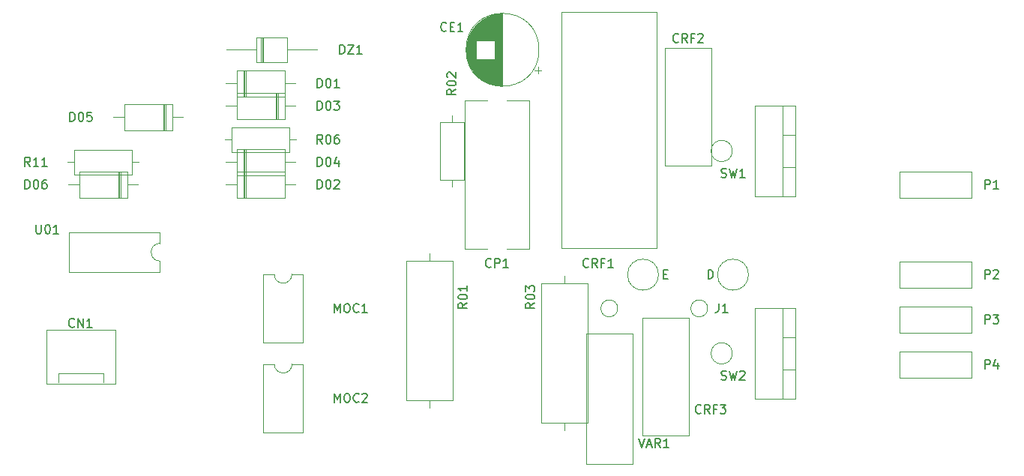
<source format=gbr>
%TF.GenerationSoftware,KiCad,Pcbnew,(6.0.6)*%
%TF.CreationDate,2022-08-31T19:42:32-05:00*%
%TF.ProjectId,Lavadora,4c617661-646f-4726-912e-6b696361645f,rev?*%
%TF.SameCoordinates,Original*%
%TF.FileFunction,Legend,Top*%
%TF.FilePolarity,Positive*%
%FSLAX46Y46*%
G04 Gerber Fmt 4.6, Leading zero omitted, Abs format (unit mm)*
G04 Created by KiCad (PCBNEW (6.0.6)) date 2022-08-31 19:42:32*
%MOMM*%
%LPD*%
G01*
G04 APERTURE LIST*
%ADD10C,0.150000*%
%ADD11C,0.120000*%
G04 APERTURE END LIST*
D10*
X80946666Y-33742380D02*
X80946666Y-34456666D01*
X80899047Y-34599523D01*
X80803809Y-34694761D01*
X80660952Y-34742380D01*
X80565714Y-34742380D01*
X81946666Y-34742380D02*
X81375238Y-34742380D01*
X81660952Y-34742380D02*
X81660952Y-33742380D01*
X81565714Y-33885238D01*
X81470476Y-33980476D01*
X81375238Y-34028095D01*
%TO.C,P4*%
X111021904Y-41092380D02*
X111021904Y-40092380D01*
X111402857Y-40092380D01*
X111498095Y-40140000D01*
X111545714Y-40187619D01*
X111593333Y-40282857D01*
X111593333Y-40425714D01*
X111545714Y-40520952D01*
X111498095Y-40568571D01*
X111402857Y-40616190D01*
X111021904Y-40616190D01*
X112450476Y-40425714D02*
X112450476Y-41092380D01*
X112212380Y-40044761D02*
X111974285Y-40759047D01*
X112593333Y-40759047D01*
%TO.C,P3*%
X111021904Y-36012380D02*
X111021904Y-35012380D01*
X111402857Y-35012380D01*
X111498095Y-35060000D01*
X111545714Y-35107619D01*
X111593333Y-35202857D01*
X111593333Y-35345714D01*
X111545714Y-35440952D01*
X111498095Y-35488571D01*
X111402857Y-35536190D01*
X111021904Y-35536190D01*
X111926666Y-35012380D02*
X112545714Y-35012380D01*
X112212380Y-35393333D01*
X112355238Y-35393333D01*
X112450476Y-35440952D01*
X112498095Y-35488571D01*
X112545714Y-35583809D01*
X112545714Y-35821904D01*
X112498095Y-35917142D01*
X112450476Y-35964761D01*
X112355238Y-36012380D01*
X112069523Y-36012380D01*
X111974285Y-35964761D01*
X111926666Y-35917142D01*
%TO.C,P2*%
X111021904Y-30932380D02*
X111021904Y-29932380D01*
X111402857Y-29932380D01*
X111498095Y-29980000D01*
X111545714Y-30027619D01*
X111593333Y-30122857D01*
X111593333Y-30265714D01*
X111545714Y-30360952D01*
X111498095Y-30408571D01*
X111402857Y-30456190D01*
X111021904Y-30456190D01*
X111974285Y-30027619D02*
X112021904Y-29980000D01*
X112117142Y-29932380D01*
X112355238Y-29932380D01*
X112450476Y-29980000D01*
X112498095Y-30027619D01*
X112545714Y-30122857D01*
X112545714Y-30218095D01*
X112498095Y-30360952D01*
X111926666Y-30932380D01*
X112545714Y-30932380D01*
%TO.C,P1*%
X111021904Y-20772380D02*
X111021904Y-19772380D01*
X111402857Y-19772380D01*
X111498095Y-19820000D01*
X111545714Y-19867619D01*
X111593333Y-19962857D01*
X111593333Y-20105714D01*
X111545714Y-20200952D01*
X111498095Y-20248571D01*
X111402857Y-20296190D01*
X111021904Y-20296190D01*
X112545714Y-20772380D02*
X111974285Y-20772380D01*
X112260000Y-20772380D02*
X112260000Y-19772380D01*
X112164761Y-19915238D01*
X112069523Y-20010476D01*
X111974285Y-20058095D01*
%TO.C,SW1*%
X81216666Y-19454761D02*
X81359523Y-19502380D01*
X81597619Y-19502380D01*
X81692857Y-19454761D01*
X81740476Y-19407142D01*
X81788095Y-19311904D01*
X81788095Y-19216666D01*
X81740476Y-19121428D01*
X81692857Y-19073809D01*
X81597619Y-19026190D01*
X81407142Y-18978571D01*
X81311904Y-18930952D01*
X81264285Y-18883333D01*
X81216666Y-18788095D01*
X81216666Y-18692857D01*
X81264285Y-18597619D01*
X81311904Y-18550000D01*
X81407142Y-18502380D01*
X81645238Y-18502380D01*
X81788095Y-18550000D01*
X82121428Y-18502380D02*
X82359523Y-19502380D01*
X82550000Y-18788095D01*
X82740476Y-19502380D01*
X82978571Y-18502380D01*
X83883333Y-19502380D02*
X83311904Y-19502380D01*
X83597619Y-19502380D02*
X83597619Y-18502380D01*
X83502380Y-18645238D01*
X83407142Y-18740476D01*
X83311904Y-18788095D01*
%TO.C,E*%
X74715714Y-30408571D02*
X75049047Y-30408571D01*
X75191904Y-30932380D02*
X74715714Y-30932380D01*
X74715714Y-29932380D01*
X75191904Y-29932380D01*
%TO.C,D*%
X79748095Y-30932380D02*
X79748095Y-29932380D01*
X79986190Y-29932380D01*
X80129047Y-29980000D01*
X80224285Y-30075238D01*
X80271904Y-30170476D01*
X80319523Y-30360952D01*
X80319523Y-30503809D01*
X80271904Y-30694285D01*
X80224285Y-30789523D01*
X80129047Y-30884761D01*
X79986190Y-30932380D01*
X79748095Y-30932380D01*
%TO.C,SW2*%
X81216666Y-42314761D02*
X81359523Y-42362380D01*
X81597619Y-42362380D01*
X81692857Y-42314761D01*
X81740476Y-42267142D01*
X81788095Y-42171904D01*
X81788095Y-42076666D01*
X81740476Y-41981428D01*
X81692857Y-41933809D01*
X81597619Y-41886190D01*
X81407142Y-41838571D01*
X81311904Y-41790952D01*
X81264285Y-41743333D01*
X81216666Y-41648095D01*
X81216666Y-41552857D01*
X81264285Y-41457619D01*
X81311904Y-41410000D01*
X81407142Y-41362380D01*
X81645238Y-41362380D01*
X81788095Y-41410000D01*
X82121428Y-41362380D02*
X82359523Y-42362380D01*
X82550000Y-41648095D01*
X82740476Y-42362380D01*
X82978571Y-41362380D01*
X83311904Y-41457619D02*
X83359523Y-41410000D01*
X83454761Y-41362380D01*
X83692857Y-41362380D01*
X83788095Y-41410000D01*
X83835714Y-41457619D01*
X83883333Y-41552857D01*
X83883333Y-41648095D01*
X83835714Y-41790952D01*
X83264285Y-42362380D01*
X83883333Y-42362380D01*
%TO.C,CRF2*%
X76374761Y-4167142D02*
X76327142Y-4214761D01*
X76184285Y-4262380D01*
X76089047Y-4262380D01*
X75946190Y-4214761D01*
X75850952Y-4119523D01*
X75803333Y-4024285D01*
X75755714Y-3833809D01*
X75755714Y-3690952D01*
X75803333Y-3500476D01*
X75850952Y-3405238D01*
X75946190Y-3310000D01*
X76089047Y-3262380D01*
X76184285Y-3262380D01*
X76327142Y-3310000D01*
X76374761Y-3357619D01*
X77374761Y-4262380D02*
X77041428Y-3786190D01*
X76803333Y-4262380D02*
X76803333Y-3262380D01*
X77184285Y-3262380D01*
X77279523Y-3310000D01*
X77327142Y-3357619D01*
X77374761Y-3452857D01*
X77374761Y-3595714D01*
X77327142Y-3690952D01*
X77279523Y-3738571D01*
X77184285Y-3786190D01*
X76803333Y-3786190D01*
X78136666Y-3738571D02*
X77803333Y-3738571D01*
X77803333Y-4262380D02*
X77803333Y-3262380D01*
X78279523Y-3262380D01*
X78612857Y-3357619D02*
X78660476Y-3310000D01*
X78755714Y-3262380D01*
X78993809Y-3262380D01*
X79089047Y-3310000D01*
X79136666Y-3357619D01*
X79184285Y-3452857D01*
X79184285Y-3548095D01*
X79136666Y-3690952D01*
X78565238Y-4262380D01*
X79184285Y-4262380D01*
%TO.C,VAR1*%
X71921904Y-48982380D02*
X72255238Y-49982380D01*
X72588571Y-48982380D01*
X72874285Y-49696666D02*
X73350476Y-49696666D01*
X72779047Y-49982380D02*
X73112380Y-48982380D01*
X73445714Y-49982380D01*
X74350476Y-49982380D02*
X74017142Y-49506190D01*
X73779047Y-49982380D02*
X73779047Y-48982380D01*
X74160000Y-48982380D01*
X74255238Y-49030000D01*
X74302857Y-49077619D01*
X74350476Y-49172857D01*
X74350476Y-49315714D01*
X74302857Y-49410952D01*
X74255238Y-49458571D01*
X74160000Y-49506190D01*
X73779047Y-49506190D01*
X75302857Y-49982380D02*
X74731428Y-49982380D01*
X75017142Y-49982380D02*
X75017142Y-48982380D01*
X74921904Y-49125238D01*
X74826666Y-49220476D01*
X74731428Y-49268095D01*
%TO.C,CRF3*%
X78914761Y-46077142D02*
X78867142Y-46124761D01*
X78724285Y-46172380D01*
X78629047Y-46172380D01*
X78486190Y-46124761D01*
X78390952Y-46029523D01*
X78343333Y-45934285D01*
X78295714Y-45743809D01*
X78295714Y-45600952D01*
X78343333Y-45410476D01*
X78390952Y-45315238D01*
X78486190Y-45220000D01*
X78629047Y-45172380D01*
X78724285Y-45172380D01*
X78867142Y-45220000D01*
X78914761Y-45267619D01*
X79914761Y-46172380D02*
X79581428Y-45696190D01*
X79343333Y-46172380D02*
X79343333Y-45172380D01*
X79724285Y-45172380D01*
X79819523Y-45220000D01*
X79867142Y-45267619D01*
X79914761Y-45362857D01*
X79914761Y-45505714D01*
X79867142Y-45600952D01*
X79819523Y-45648571D01*
X79724285Y-45696190D01*
X79343333Y-45696190D01*
X80676666Y-45648571D02*
X80343333Y-45648571D01*
X80343333Y-46172380D02*
X80343333Y-45172380D01*
X80819523Y-45172380D01*
X81105238Y-45172380D02*
X81724285Y-45172380D01*
X81390952Y-45553333D01*
X81533809Y-45553333D01*
X81629047Y-45600952D01*
X81676666Y-45648571D01*
X81724285Y-45743809D01*
X81724285Y-45981904D01*
X81676666Y-46077142D01*
X81629047Y-46124761D01*
X81533809Y-46172380D01*
X81248095Y-46172380D01*
X81152857Y-46124761D01*
X81105238Y-46077142D01*
%TO.C,R11*%
X3167142Y-18232380D02*
X2833809Y-17756190D01*
X2595714Y-18232380D02*
X2595714Y-17232380D01*
X2976666Y-17232380D01*
X3071904Y-17280000D01*
X3119523Y-17327619D01*
X3167142Y-17422857D01*
X3167142Y-17565714D01*
X3119523Y-17660952D01*
X3071904Y-17708571D01*
X2976666Y-17756190D01*
X2595714Y-17756190D01*
X4119523Y-18232380D02*
X3548095Y-18232380D01*
X3833809Y-18232380D02*
X3833809Y-17232380D01*
X3738571Y-17375238D01*
X3643333Y-17470476D01*
X3548095Y-17518095D01*
X5071904Y-18232380D02*
X4500476Y-18232380D01*
X4786190Y-18232380D02*
X4786190Y-17232380D01*
X4690952Y-17375238D01*
X4595714Y-17470476D01*
X4500476Y-17518095D01*
%TO.C,R01*%
X52522380Y-33662857D02*
X52046190Y-33996190D01*
X52522380Y-34234285D02*
X51522380Y-34234285D01*
X51522380Y-33853333D01*
X51570000Y-33758095D01*
X51617619Y-33710476D01*
X51712857Y-33662857D01*
X51855714Y-33662857D01*
X51950952Y-33710476D01*
X51998571Y-33758095D01*
X52046190Y-33853333D01*
X52046190Y-34234285D01*
X51522380Y-33043809D02*
X51522380Y-32948571D01*
X51570000Y-32853333D01*
X51617619Y-32805714D01*
X51712857Y-32758095D01*
X51903333Y-32710476D01*
X52141428Y-32710476D01*
X52331904Y-32758095D01*
X52427142Y-32805714D01*
X52474761Y-32853333D01*
X52522380Y-32948571D01*
X52522380Y-33043809D01*
X52474761Y-33139047D01*
X52427142Y-33186666D01*
X52331904Y-33234285D01*
X52141428Y-33281904D01*
X51903333Y-33281904D01*
X51712857Y-33234285D01*
X51617619Y-33186666D01*
X51570000Y-33139047D01*
X51522380Y-33043809D01*
X52522380Y-31758095D02*
X52522380Y-32329523D01*
X52522380Y-32043809D02*
X51522380Y-32043809D01*
X51665238Y-32139047D01*
X51760476Y-32234285D01*
X51808095Y-32329523D01*
%TO.C,R02*%
X51252380Y-9532857D02*
X50776190Y-9866190D01*
X51252380Y-10104285D02*
X50252380Y-10104285D01*
X50252380Y-9723333D01*
X50300000Y-9628095D01*
X50347619Y-9580476D01*
X50442857Y-9532857D01*
X50585714Y-9532857D01*
X50680952Y-9580476D01*
X50728571Y-9628095D01*
X50776190Y-9723333D01*
X50776190Y-10104285D01*
X50252380Y-8913809D02*
X50252380Y-8818571D01*
X50300000Y-8723333D01*
X50347619Y-8675714D01*
X50442857Y-8628095D01*
X50633333Y-8580476D01*
X50871428Y-8580476D01*
X51061904Y-8628095D01*
X51157142Y-8675714D01*
X51204761Y-8723333D01*
X51252380Y-8818571D01*
X51252380Y-8913809D01*
X51204761Y-9009047D01*
X51157142Y-9056666D01*
X51061904Y-9104285D01*
X50871428Y-9151904D01*
X50633333Y-9151904D01*
X50442857Y-9104285D01*
X50347619Y-9056666D01*
X50300000Y-9009047D01*
X50252380Y-8913809D01*
X50347619Y-8199523D02*
X50300000Y-8151904D01*
X50252380Y-8056666D01*
X50252380Y-7818571D01*
X50300000Y-7723333D01*
X50347619Y-7675714D01*
X50442857Y-7628095D01*
X50538095Y-7628095D01*
X50680952Y-7675714D01*
X51252380Y-8247142D01*
X51252380Y-7628095D01*
%TO.C,D02*%
X35615714Y-20772380D02*
X35615714Y-19772380D01*
X35853809Y-19772380D01*
X35996666Y-19820000D01*
X36091904Y-19915238D01*
X36139523Y-20010476D01*
X36187142Y-20200952D01*
X36187142Y-20343809D01*
X36139523Y-20534285D01*
X36091904Y-20629523D01*
X35996666Y-20724761D01*
X35853809Y-20772380D01*
X35615714Y-20772380D01*
X36806190Y-19772380D02*
X36901428Y-19772380D01*
X36996666Y-19820000D01*
X37044285Y-19867619D01*
X37091904Y-19962857D01*
X37139523Y-20153333D01*
X37139523Y-20391428D01*
X37091904Y-20581904D01*
X37044285Y-20677142D01*
X36996666Y-20724761D01*
X36901428Y-20772380D01*
X36806190Y-20772380D01*
X36710952Y-20724761D01*
X36663333Y-20677142D01*
X36615714Y-20581904D01*
X36568095Y-20391428D01*
X36568095Y-20153333D01*
X36615714Y-19962857D01*
X36663333Y-19867619D01*
X36710952Y-19820000D01*
X36806190Y-19772380D01*
X37520476Y-19867619D02*
X37568095Y-19820000D01*
X37663333Y-19772380D01*
X37901428Y-19772380D01*
X37996666Y-19820000D01*
X38044285Y-19867619D01*
X38091904Y-19962857D01*
X38091904Y-20058095D01*
X38044285Y-20200952D01*
X37472857Y-20772380D01*
X38091904Y-20772380D01*
%TO.C,CN1*%
X8159523Y-36327142D02*
X8111904Y-36374761D01*
X7969047Y-36422380D01*
X7873809Y-36422380D01*
X7730952Y-36374761D01*
X7635714Y-36279523D01*
X7588095Y-36184285D01*
X7540476Y-35993809D01*
X7540476Y-35850952D01*
X7588095Y-35660476D01*
X7635714Y-35565238D01*
X7730952Y-35470000D01*
X7873809Y-35422380D01*
X7969047Y-35422380D01*
X8111904Y-35470000D01*
X8159523Y-35517619D01*
X8588095Y-36422380D02*
X8588095Y-35422380D01*
X9159523Y-36422380D01*
X9159523Y-35422380D01*
X10159523Y-36422380D02*
X9588095Y-36422380D01*
X9873809Y-36422380D02*
X9873809Y-35422380D01*
X9778571Y-35565238D01*
X9683333Y-35660476D01*
X9588095Y-35708095D01*
%TO.C,CE1*%
X50180952Y-2897142D02*
X50133333Y-2944761D01*
X49990476Y-2992380D01*
X49895238Y-2992380D01*
X49752380Y-2944761D01*
X49657142Y-2849523D01*
X49609523Y-2754285D01*
X49561904Y-2563809D01*
X49561904Y-2420952D01*
X49609523Y-2230476D01*
X49657142Y-2135238D01*
X49752380Y-2040000D01*
X49895238Y-1992380D01*
X49990476Y-1992380D01*
X50133333Y-2040000D01*
X50180952Y-2087619D01*
X50609523Y-2468571D02*
X50942857Y-2468571D01*
X51085714Y-2992380D02*
X50609523Y-2992380D01*
X50609523Y-1992380D01*
X51085714Y-1992380D01*
X52038095Y-2992380D02*
X51466666Y-2992380D01*
X51752380Y-2992380D02*
X51752380Y-1992380D01*
X51657142Y-2135238D01*
X51561904Y-2230476D01*
X51466666Y-2278095D01*
%TO.C,MOC2*%
X37536666Y-44902380D02*
X37536666Y-43902380D01*
X37870000Y-44616666D01*
X38203333Y-43902380D01*
X38203333Y-44902380D01*
X38870000Y-43902380D02*
X39060476Y-43902380D01*
X39155714Y-43950000D01*
X39250952Y-44045238D01*
X39298571Y-44235714D01*
X39298571Y-44569047D01*
X39250952Y-44759523D01*
X39155714Y-44854761D01*
X39060476Y-44902380D01*
X38870000Y-44902380D01*
X38774761Y-44854761D01*
X38679523Y-44759523D01*
X38631904Y-44569047D01*
X38631904Y-44235714D01*
X38679523Y-44045238D01*
X38774761Y-43950000D01*
X38870000Y-43902380D01*
X40298571Y-44807142D02*
X40250952Y-44854761D01*
X40108095Y-44902380D01*
X40012857Y-44902380D01*
X39870000Y-44854761D01*
X39774761Y-44759523D01*
X39727142Y-44664285D01*
X39679523Y-44473809D01*
X39679523Y-44330952D01*
X39727142Y-44140476D01*
X39774761Y-44045238D01*
X39870000Y-43950000D01*
X40012857Y-43902380D01*
X40108095Y-43902380D01*
X40250952Y-43950000D01*
X40298571Y-43997619D01*
X40679523Y-43997619D02*
X40727142Y-43950000D01*
X40822380Y-43902380D01*
X41060476Y-43902380D01*
X41155714Y-43950000D01*
X41203333Y-43997619D01*
X41250952Y-44092857D01*
X41250952Y-44188095D01*
X41203333Y-44330952D01*
X40631904Y-44902380D01*
X41250952Y-44902380D01*
%TO.C,D01*%
X35615714Y-9342380D02*
X35615714Y-8342380D01*
X35853809Y-8342380D01*
X35996666Y-8390000D01*
X36091904Y-8485238D01*
X36139523Y-8580476D01*
X36187142Y-8770952D01*
X36187142Y-8913809D01*
X36139523Y-9104285D01*
X36091904Y-9199523D01*
X35996666Y-9294761D01*
X35853809Y-9342380D01*
X35615714Y-9342380D01*
X36806190Y-8342380D02*
X36901428Y-8342380D01*
X36996666Y-8390000D01*
X37044285Y-8437619D01*
X37091904Y-8532857D01*
X37139523Y-8723333D01*
X37139523Y-8961428D01*
X37091904Y-9151904D01*
X37044285Y-9247142D01*
X36996666Y-9294761D01*
X36901428Y-9342380D01*
X36806190Y-9342380D01*
X36710952Y-9294761D01*
X36663333Y-9247142D01*
X36615714Y-9151904D01*
X36568095Y-8961428D01*
X36568095Y-8723333D01*
X36615714Y-8532857D01*
X36663333Y-8437619D01*
X36710952Y-8390000D01*
X36806190Y-8342380D01*
X38091904Y-9342380D02*
X37520476Y-9342380D01*
X37806190Y-9342380D02*
X37806190Y-8342380D01*
X37710952Y-8485238D01*
X37615714Y-8580476D01*
X37520476Y-8628095D01*
%TO.C,MOC1*%
X37521655Y-34757391D02*
X37521655Y-33757391D01*
X37854989Y-34471677D01*
X38188322Y-33757391D01*
X38188322Y-34757391D01*
X38854989Y-33757391D02*
X39045465Y-33757391D01*
X39140703Y-33805011D01*
X39235941Y-33900249D01*
X39283560Y-34090725D01*
X39283560Y-34424058D01*
X39235941Y-34614534D01*
X39140703Y-34709772D01*
X39045465Y-34757391D01*
X38854989Y-34757391D01*
X38759750Y-34709772D01*
X38664512Y-34614534D01*
X38616893Y-34424058D01*
X38616893Y-34090725D01*
X38664512Y-33900249D01*
X38759750Y-33805011D01*
X38854989Y-33757391D01*
X40283560Y-34662153D02*
X40235941Y-34709772D01*
X40093084Y-34757391D01*
X39997846Y-34757391D01*
X39854989Y-34709772D01*
X39759750Y-34614534D01*
X39712131Y-34519296D01*
X39664512Y-34328820D01*
X39664512Y-34185963D01*
X39712131Y-33995487D01*
X39759750Y-33900249D01*
X39854989Y-33805011D01*
X39997846Y-33757391D01*
X40093084Y-33757391D01*
X40235941Y-33805011D01*
X40283560Y-33852630D01*
X41235941Y-34757391D02*
X40664512Y-34757391D01*
X40950227Y-34757391D02*
X40950227Y-33757391D01*
X40854989Y-33900249D01*
X40759750Y-33995487D01*
X40664512Y-34043106D01*
%TO.C,D06*%
X2595714Y-20772380D02*
X2595714Y-19772380D01*
X2833809Y-19772380D01*
X2976666Y-19820000D01*
X3071904Y-19915238D01*
X3119523Y-20010476D01*
X3167142Y-20200952D01*
X3167142Y-20343809D01*
X3119523Y-20534285D01*
X3071904Y-20629523D01*
X2976666Y-20724761D01*
X2833809Y-20772380D01*
X2595714Y-20772380D01*
X3786190Y-19772380D02*
X3881428Y-19772380D01*
X3976666Y-19820000D01*
X4024285Y-19867619D01*
X4071904Y-19962857D01*
X4119523Y-20153333D01*
X4119523Y-20391428D01*
X4071904Y-20581904D01*
X4024285Y-20677142D01*
X3976666Y-20724761D01*
X3881428Y-20772380D01*
X3786190Y-20772380D01*
X3690952Y-20724761D01*
X3643333Y-20677142D01*
X3595714Y-20581904D01*
X3548095Y-20391428D01*
X3548095Y-20153333D01*
X3595714Y-19962857D01*
X3643333Y-19867619D01*
X3690952Y-19820000D01*
X3786190Y-19772380D01*
X4976666Y-19772380D02*
X4786190Y-19772380D01*
X4690952Y-19820000D01*
X4643333Y-19867619D01*
X4548095Y-20010476D01*
X4500476Y-20200952D01*
X4500476Y-20581904D01*
X4548095Y-20677142D01*
X4595714Y-20724761D01*
X4690952Y-20772380D01*
X4881428Y-20772380D01*
X4976666Y-20724761D01*
X5024285Y-20677142D01*
X5071904Y-20581904D01*
X5071904Y-20343809D01*
X5024285Y-20248571D01*
X4976666Y-20200952D01*
X4881428Y-20153333D01*
X4690952Y-20153333D01*
X4595714Y-20200952D01*
X4548095Y-20248571D01*
X4500476Y-20343809D01*
%TO.C,R06*%
X36187142Y-15692380D02*
X35853809Y-15216190D01*
X35615714Y-15692380D02*
X35615714Y-14692380D01*
X35996666Y-14692380D01*
X36091904Y-14740000D01*
X36139523Y-14787619D01*
X36187142Y-14882857D01*
X36187142Y-15025714D01*
X36139523Y-15120952D01*
X36091904Y-15168571D01*
X35996666Y-15216190D01*
X35615714Y-15216190D01*
X36806190Y-14692380D02*
X36901428Y-14692380D01*
X36996666Y-14740000D01*
X37044285Y-14787619D01*
X37091904Y-14882857D01*
X37139523Y-15073333D01*
X37139523Y-15311428D01*
X37091904Y-15501904D01*
X37044285Y-15597142D01*
X36996666Y-15644761D01*
X36901428Y-15692380D01*
X36806190Y-15692380D01*
X36710952Y-15644761D01*
X36663333Y-15597142D01*
X36615714Y-15501904D01*
X36568095Y-15311428D01*
X36568095Y-15073333D01*
X36615714Y-14882857D01*
X36663333Y-14787619D01*
X36710952Y-14740000D01*
X36806190Y-14692380D01*
X37996666Y-14692380D02*
X37806190Y-14692380D01*
X37710952Y-14740000D01*
X37663333Y-14787619D01*
X37568095Y-14930476D01*
X37520476Y-15120952D01*
X37520476Y-15501904D01*
X37568095Y-15597142D01*
X37615714Y-15644761D01*
X37710952Y-15692380D01*
X37901428Y-15692380D01*
X37996666Y-15644761D01*
X38044285Y-15597142D01*
X38091904Y-15501904D01*
X38091904Y-15263809D01*
X38044285Y-15168571D01*
X37996666Y-15120952D01*
X37901428Y-15073333D01*
X37710952Y-15073333D01*
X37615714Y-15120952D01*
X37568095Y-15168571D01*
X37520476Y-15263809D01*
%TO.C,D03*%
X35615714Y-11882380D02*
X35615714Y-10882380D01*
X35853809Y-10882380D01*
X35996666Y-10930000D01*
X36091904Y-11025238D01*
X36139523Y-11120476D01*
X36187142Y-11310952D01*
X36187142Y-11453809D01*
X36139523Y-11644285D01*
X36091904Y-11739523D01*
X35996666Y-11834761D01*
X35853809Y-11882380D01*
X35615714Y-11882380D01*
X36806190Y-10882380D02*
X36901428Y-10882380D01*
X36996666Y-10930000D01*
X37044285Y-10977619D01*
X37091904Y-11072857D01*
X37139523Y-11263333D01*
X37139523Y-11501428D01*
X37091904Y-11691904D01*
X37044285Y-11787142D01*
X36996666Y-11834761D01*
X36901428Y-11882380D01*
X36806190Y-11882380D01*
X36710952Y-11834761D01*
X36663333Y-11787142D01*
X36615714Y-11691904D01*
X36568095Y-11501428D01*
X36568095Y-11263333D01*
X36615714Y-11072857D01*
X36663333Y-10977619D01*
X36710952Y-10930000D01*
X36806190Y-10882380D01*
X37472857Y-10882380D02*
X38091904Y-10882380D01*
X37758571Y-11263333D01*
X37901428Y-11263333D01*
X37996666Y-11310952D01*
X38044285Y-11358571D01*
X38091904Y-11453809D01*
X38091904Y-11691904D01*
X38044285Y-11787142D01*
X37996666Y-11834761D01*
X37901428Y-11882380D01*
X37615714Y-11882380D01*
X37520476Y-11834761D01*
X37472857Y-11787142D01*
%TO.C,D04*%
X35615714Y-18232380D02*
X35615714Y-17232380D01*
X35853809Y-17232380D01*
X35996666Y-17280000D01*
X36091904Y-17375238D01*
X36139523Y-17470476D01*
X36187142Y-17660952D01*
X36187142Y-17803809D01*
X36139523Y-17994285D01*
X36091904Y-18089523D01*
X35996666Y-18184761D01*
X35853809Y-18232380D01*
X35615714Y-18232380D01*
X36806190Y-17232380D02*
X36901428Y-17232380D01*
X36996666Y-17280000D01*
X37044285Y-17327619D01*
X37091904Y-17422857D01*
X37139523Y-17613333D01*
X37139523Y-17851428D01*
X37091904Y-18041904D01*
X37044285Y-18137142D01*
X36996666Y-18184761D01*
X36901428Y-18232380D01*
X36806190Y-18232380D01*
X36710952Y-18184761D01*
X36663333Y-18137142D01*
X36615714Y-18041904D01*
X36568095Y-17851428D01*
X36568095Y-17613333D01*
X36615714Y-17422857D01*
X36663333Y-17327619D01*
X36710952Y-17280000D01*
X36806190Y-17232380D01*
X37996666Y-17565714D02*
X37996666Y-18232380D01*
X37758571Y-17184761D02*
X37520476Y-17899047D01*
X38139523Y-17899047D01*
%TO.C,CRF1*%
X66214761Y-29567142D02*
X66167142Y-29614761D01*
X66024285Y-29662380D01*
X65929047Y-29662380D01*
X65786190Y-29614761D01*
X65690952Y-29519523D01*
X65643333Y-29424285D01*
X65595714Y-29233809D01*
X65595714Y-29090952D01*
X65643333Y-28900476D01*
X65690952Y-28805238D01*
X65786190Y-28710000D01*
X65929047Y-28662380D01*
X66024285Y-28662380D01*
X66167142Y-28710000D01*
X66214761Y-28757619D01*
X67214761Y-29662380D02*
X66881428Y-29186190D01*
X66643333Y-29662380D02*
X66643333Y-28662380D01*
X67024285Y-28662380D01*
X67119523Y-28710000D01*
X67167142Y-28757619D01*
X67214761Y-28852857D01*
X67214761Y-28995714D01*
X67167142Y-29090952D01*
X67119523Y-29138571D01*
X67024285Y-29186190D01*
X66643333Y-29186190D01*
X67976666Y-29138571D02*
X67643333Y-29138571D01*
X67643333Y-29662380D02*
X67643333Y-28662380D01*
X68119523Y-28662380D01*
X69024285Y-29662380D02*
X68452857Y-29662380D01*
X68738571Y-29662380D02*
X68738571Y-28662380D01*
X68643333Y-28805238D01*
X68548095Y-28900476D01*
X68452857Y-28948095D01*
%TO.C,D05*%
X7675714Y-13152380D02*
X7675714Y-12152380D01*
X7913809Y-12152380D01*
X8056666Y-12200000D01*
X8151904Y-12295238D01*
X8199523Y-12390476D01*
X8247142Y-12580952D01*
X8247142Y-12723809D01*
X8199523Y-12914285D01*
X8151904Y-13009523D01*
X8056666Y-13104761D01*
X7913809Y-13152380D01*
X7675714Y-13152380D01*
X8866190Y-12152380D02*
X8961428Y-12152380D01*
X9056666Y-12200000D01*
X9104285Y-12247619D01*
X9151904Y-12342857D01*
X9199523Y-12533333D01*
X9199523Y-12771428D01*
X9151904Y-12961904D01*
X9104285Y-13057142D01*
X9056666Y-13104761D01*
X8961428Y-13152380D01*
X8866190Y-13152380D01*
X8770952Y-13104761D01*
X8723333Y-13057142D01*
X8675714Y-12961904D01*
X8628095Y-12771428D01*
X8628095Y-12533333D01*
X8675714Y-12342857D01*
X8723333Y-12247619D01*
X8770952Y-12200000D01*
X8866190Y-12152380D01*
X10104285Y-12152380D02*
X9628095Y-12152380D01*
X9580476Y-12628571D01*
X9628095Y-12580952D01*
X9723333Y-12533333D01*
X9961428Y-12533333D01*
X10056666Y-12580952D01*
X10104285Y-12628571D01*
X10151904Y-12723809D01*
X10151904Y-12961904D01*
X10104285Y-13057142D01*
X10056666Y-13104761D01*
X9961428Y-13152380D01*
X9723333Y-13152380D01*
X9628095Y-13104761D01*
X9580476Y-13057142D01*
%TO.C,R03*%
X60142380Y-33662857D02*
X59666190Y-33996190D01*
X60142380Y-34234285D02*
X59142380Y-34234285D01*
X59142380Y-33853333D01*
X59190000Y-33758095D01*
X59237619Y-33710476D01*
X59332857Y-33662857D01*
X59475714Y-33662857D01*
X59570952Y-33710476D01*
X59618571Y-33758095D01*
X59666190Y-33853333D01*
X59666190Y-34234285D01*
X59142380Y-33043809D02*
X59142380Y-32948571D01*
X59190000Y-32853333D01*
X59237619Y-32805714D01*
X59332857Y-32758095D01*
X59523333Y-32710476D01*
X59761428Y-32710476D01*
X59951904Y-32758095D01*
X60047142Y-32805714D01*
X60094761Y-32853333D01*
X60142380Y-32948571D01*
X60142380Y-33043809D01*
X60094761Y-33139047D01*
X60047142Y-33186666D01*
X59951904Y-33234285D01*
X59761428Y-33281904D01*
X59523333Y-33281904D01*
X59332857Y-33234285D01*
X59237619Y-33186666D01*
X59190000Y-33139047D01*
X59142380Y-33043809D01*
X59142380Y-32377142D02*
X59142380Y-31758095D01*
X59523333Y-32091428D01*
X59523333Y-31948571D01*
X59570952Y-31853333D01*
X59618571Y-31805714D01*
X59713809Y-31758095D01*
X59951904Y-31758095D01*
X60047142Y-31805714D01*
X60094761Y-31853333D01*
X60142380Y-31948571D01*
X60142380Y-32234285D01*
X60094761Y-32329523D01*
X60047142Y-32377142D01*
%TO.C,DZ1*%
X38155714Y-5532380D02*
X38155714Y-4532380D01*
X38393809Y-4532380D01*
X38536666Y-4580000D01*
X38631904Y-4675238D01*
X38679523Y-4770476D01*
X38727142Y-4960952D01*
X38727142Y-5103809D01*
X38679523Y-5294285D01*
X38631904Y-5389523D01*
X38536666Y-5484761D01*
X38393809Y-5532380D01*
X38155714Y-5532380D01*
X39060476Y-4532380D02*
X39727142Y-4532380D01*
X39060476Y-5532380D01*
X39727142Y-5532380D01*
X40631904Y-5532380D02*
X40060476Y-5532380D01*
X40346190Y-5532380D02*
X40346190Y-4532380D01*
X40250952Y-4675238D01*
X40155714Y-4770476D01*
X40060476Y-4818095D01*
%TO.C,CP1*%
X55213333Y-29567142D02*
X55165714Y-29614761D01*
X55022857Y-29662380D01*
X54927619Y-29662380D01*
X54784761Y-29614761D01*
X54689523Y-29519523D01*
X54641904Y-29424285D01*
X54594285Y-29233809D01*
X54594285Y-29090952D01*
X54641904Y-28900476D01*
X54689523Y-28805238D01*
X54784761Y-28710000D01*
X54927619Y-28662380D01*
X55022857Y-28662380D01*
X55165714Y-28710000D01*
X55213333Y-28757619D01*
X55641904Y-29662380D02*
X55641904Y-28662380D01*
X56022857Y-28662380D01*
X56118095Y-28710000D01*
X56165714Y-28757619D01*
X56213333Y-28852857D01*
X56213333Y-28995714D01*
X56165714Y-29090952D01*
X56118095Y-29138571D01*
X56022857Y-29186190D01*
X55641904Y-29186190D01*
X57165714Y-29662380D02*
X56594285Y-29662380D01*
X56880000Y-29662380D02*
X56880000Y-28662380D01*
X56784761Y-28805238D01*
X56689523Y-28900476D01*
X56594285Y-28948095D01*
%TO.C,U01*%
X3841904Y-24852380D02*
X3841904Y-25661904D01*
X3889523Y-25757142D01*
X3937142Y-25804761D01*
X4032380Y-25852380D01*
X4222857Y-25852380D01*
X4318095Y-25804761D01*
X4365714Y-25757142D01*
X4413333Y-25661904D01*
X4413333Y-24852380D01*
X5080000Y-24852380D02*
X5175238Y-24852380D01*
X5270476Y-24900000D01*
X5318095Y-24947619D01*
X5365714Y-25042857D01*
X5413333Y-25233333D01*
X5413333Y-25471428D01*
X5365714Y-25661904D01*
X5318095Y-25757142D01*
X5270476Y-25804761D01*
X5175238Y-25852380D01*
X5080000Y-25852380D01*
X4984761Y-25804761D01*
X4937142Y-25757142D01*
X4889523Y-25661904D01*
X4841904Y-25471428D01*
X4841904Y-25233333D01*
X4889523Y-25042857D01*
X4937142Y-24947619D01*
X4984761Y-24900000D01*
X5080000Y-24852380D01*
X6365714Y-25852380D02*
X5794285Y-25852380D01*
X6080000Y-25852380D02*
X6080000Y-24852380D01*
X5984761Y-24995238D01*
X5889523Y-25090476D01*
X5794285Y-25138095D01*
D11*
%TO.C,P4*%
X101370000Y-39140000D02*
X101370000Y-42140000D01*
X109470000Y-42140000D02*
X109470000Y-39140000D01*
X101370000Y-39140000D02*
X109470000Y-39140000D01*
X109470000Y-42140000D02*
X101370000Y-42140000D01*
%TO.C,P3*%
X109470000Y-37060000D02*
X101370000Y-37060000D01*
X101370000Y-34060000D02*
X109470000Y-34060000D01*
X109470000Y-37060000D02*
X109470000Y-34060000D01*
X101370000Y-34060000D02*
X101370000Y-37060000D01*
%TO.C,P2*%
X101370000Y-28980000D02*
X101370000Y-31980000D01*
X109470000Y-31980000D02*
X109470000Y-28980000D01*
X101370000Y-28980000D02*
X109470000Y-28980000D01*
X109470000Y-31980000D02*
X101370000Y-31980000D01*
%TO.C,P1*%
X101370000Y-18820000D02*
X101370000Y-21820000D01*
X109470000Y-21820000D02*
X109470000Y-18820000D01*
X101370000Y-18820000D02*
X109470000Y-18820000D01*
X109470000Y-21820000D02*
X101370000Y-21820000D01*
%TO.C,PADSW2*%
X82480000Y-16510000D02*
G75*
G03*
X82480000Y-16510000I-1200000J0D01*
G01*
%TO.C,SW1*%
X88120000Y-11390000D02*
X88120000Y-21630000D01*
X89630000Y-14660000D02*
X88120000Y-14660000D01*
X84989000Y-11390000D02*
X84989000Y-21630000D01*
X89630000Y-18361000D02*
X88120000Y-18361000D01*
X89630000Y-11390000D02*
X84989000Y-11390000D01*
X89630000Y-21630000D02*
X84989000Y-21630000D01*
X89630000Y-11390000D02*
X89630000Y-21630000D01*
%TO.C,E*%
X74140000Y-30480000D02*
G75*
G03*
X74140000Y-30480000I-1750000J0D01*
G01*
%TO.C,D*%
X84300000Y-30480000D02*
G75*
G03*
X84300000Y-30480000I-1750000J0D01*
G01*
%TO.C,PAD2J1*%
X69530000Y-34290000D02*
G75*
G03*
X69530000Y-34290000I-950000J0D01*
G01*
%TO.C,PAD1J1*%
X79690000Y-34290000D02*
G75*
G03*
X79690000Y-34290000I-950000J0D01*
G01*
%TO.C,PADSW2*%
X82480000Y-39370000D02*
G75*
G03*
X82480000Y-39370000I-1200000J0D01*
G01*
%TO.C,SW2*%
X88120000Y-34250000D02*
X88120000Y-44490000D01*
X89630000Y-37520000D02*
X88120000Y-37520000D01*
X84989000Y-34250000D02*
X84989000Y-44490000D01*
X89630000Y-41221000D02*
X88120000Y-41221000D01*
X89630000Y-34250000D02*
X84989000Y-34250000D01*
X89630000Y-44490000D02*
X84989000Y-44490000D01*
X89630000Y-34250000D02*
X89630000Y-44490000D01*
%TO.C,CRF2*%
X74850000Y-18130000D02*
X80090000Y-18130000D01*
X74850000Y-4890000D02*
X80090000Y-4890000D01*
X74850000Y-18130000D02*
X74850000Y-4890000D01*
X80090000Y-18130000D02*
X80090000Y-4890000D01*
%TO.C,VAR1*%
X65960000Y-51880000D02*
X71200000Y-51880000D01*
X65960000Y-51880000D02*
X65960000Y-37140000D01*
X65960000Y-37140000D02*
X71200000Y-37140000D01*
X71200000Y-51880000D02*
X71200000Y-37140000D01*
%TO.C,CRF3*%
X77550000Y-48610000D02*
X77550000Y-35370000D01*
X72310000Y-48610000D02*
X72310000Y-35370000D01*
X72310000Y-35370000D02*
X77550000Y-35370000D01*
X72310000Y-48610000D02*
X77550000Y-48610000D01*
%TO.C,R11*%
X14700000Y-19150000D02*
X14700000Y-16410000D01*
X14700000Y-16410000D02*
X8160000Y-16410000D01*
X15470000Y-17780000D02*
X14700000Y-17780000D01*
X8160000Y-19150000D02*
X14700000Y-19150000D01*
X8160000Y-16410000D02*
X8160000Y-19150000D01*
X7390000Y-17780000D02*
X8160000Y-17780000D01*
%TO.C,R01*%
X45640000Y-28960000D02*
X45640000Y-44700000D01*
X48260000Y-28110000D02*
X48260000Y-28960000D01*
X50880000Y-28960000D02*
X45640000Y-28960000D01*
X50880000Y-44700000D02*
X50880000Y-28960000D01*
X45640000Y-44700000D02*
X50880000Y-44700000D01*
X48260000Y-45550000D02*
X48260000Y-44700000D01*
%TO.C,R02*%
X50800000Y-12470000D02*
X50800000Y-13240000D01*
X49430000Y-13240000D02*
X49430000Y-19780000D01*
X52170000Y-13240000D02*
X49430000Y-13240000D01*
X52170000Y-19780000D02*
X52170000Y-13240000D01*
X49430000Y-19780000D02*
X52170000Y-19780000D01*
X50800000Y-20550000D02*
X50800000Y-19780000D01*
%TO.C,D02*%
X26490000Y-21790000D02*
X31930000Y-21790000D01*
X27390000Y-18850000D02*
X27390000Y-21790000D01*
X25270000Y-20320000D02*
X26490000Y-20320000D01*
X27270000Y-18850000D02*
X27270000Y-21790000D01*
X31930000Y-21790000D02*
X31930000Y-18850000D01*
X33150000Y-20320000D02*
X31930000Y-20320000D01*
X31930000Y-18850000D02*
X26490000Y-18850000D01*
X27510000Y-18850000D02*
X27510000Y-21790000D01*
X26490000Y-18850000D02*
X26490000Y-21790000D01*
%TO.C,CN1*%
X6350000Y-42670000D02*
X6350000Y-41660000D01*
X12800000Y-36720000D02*
X12800000Y-42770000D01*
X5000000Y-36720000D02*
X12800000Y-36720000D01*
X5000000Y-42770000D02*
X5000000Y-36720000D01*
X6350000Y-41660000D02*
X11430000Y-41660000D01*
X12800000Y-42770000D02*
X5000000Y-42770000D01*
X11430000Y-41660000D02*
X11430000Y-42670000D01*
%TO.C,CE1*%
X54479000Y-8620000D02*
X54479000Y-6120000D01*
X56520000Y-9160000D02*
X56520000Y-1000000D01*
X55319000Y-8982000D02*
X55319000Y-6120000D01*
X54839000Y-4040000D02*
X54839000Y-1358000D01*
X53759000Y-4040000D02*
X53759000Y-2061000D01*
X53719000Y-8063000D02*
X53719000Y-6120000D01*
X55319000Y-4040000D02*
X55319000Y-1178000D01*
X54159000Y-4040000D02*
X54159000Y-1742000D01*
X53999000Y-4040000D02*
X53999000Y-1860000D01*
X52519000Y-6028000D02*
X52519000Y-4132000D01*
X55159000Y-4040000D02*
X55159000Y-1230000D01*
X52879000Y-6970000D02*
X52879000Y-3190000D01*
X55279000Y-4040000D02*
X55279000Y-1191000D01*
X54959000Y-8854000D02*
X54959000Y-6120000D01*
X54079000Y-4040000D02*
X54079000Y-1800000D01*
X55079000Y-4040000D02*
X55079000Y-1259000D01*
X54879000Y-4040000D02*
X54879000Y-1340000D01*
X53239000Y-7534000D02*
X53239000Y-2626000D01*
X54599000Y-4040000D02*
X54599000Y-1474000D01*
X55039000Y-8885000D02*
X55039000Y-6120000D01*
X52959000Y-7114000D02*
X52959000Y-3046000D01*
X53639000Y-4040000D02*
X53639000Y-2173000D01*
X54319000Y-8524000D02*
X54319000Y-6120000D01*
X56120000Y-9141000D02*
X56120000Y-1019000D01*
X53719000Y-4040000D02*
X53719000Y-2097000D01*
X55239000Y-4040000D02*
X55239000Y-1203000D01*
X53759000Y-8099000D02*
X53759000Y-6120000D01*
X54759000Y-4040000D02*
X54759000Y-1394000D01*
X56040000Y-9132000D02*
X56040000Y-1028000D01*
X55199000Y-8943000D02*
X55199000Y-6120000D01*
X55119000Y-8915000D02*
X55119000Y-6120000D01*
X54439000Y-4040000D02*
X54439000Y-1563000D01*
X54799000Y-8784000D02*
X54799000Y-6120000D01*
X56280000Y-9154000D02*
X56280000Y-1006000D01*
X54359000Y-8549000D02*
X54359000Y-6120000D01*
X54559000Y-4040000D02*
X54559000Y-1496000D01*
X54799000Y-4040000D02*
X54799000Y-1376000D01*
X54399000Y-8573000D02*
X54399000Y-6120000D01*
X55159000Y-8930000D02*
X55159000Y-6120000D01*
X54439000Y-8597000D02*
X54439000Y-6120000D01*
X54999000Y-8870000D02*
X54999000Y-6120000D01*
X55759000Y-9090000D02*
X55759000Y-1070000D01*
X54919000Y-4040000D02*
X54919000Y-1323000D01*
X55399000Y-9005000D02*
X55399000Y-6120000D01*
X56440000Y-9160000D02*
X56440000Y-1000000D01*
X54039000Y-8330000D02*
X54039000Y-6120000D01*
X54639000Y-4040000D02*
X54639000Y-1453000D01*
X55679000Y-9074000D02*
X55679000Y-1086000D01*
X54879000Y-8820000D02*
X54879000Y-6120000D01*
X54279000Y-8498000D02*
X54279000Y-6120000D01*
X54559000Y-8664000D02*
X54559000Y-6120000D01*
X54159000Y-8418000D02*
X54159000Y-6120000D01*
X54839000Y-8802000D02*
X54839000Y-6120000D01*
X52599000Y-6309000D02*
X52599000Y-3851000D01*
X53919000Y-8236000D02*
X53919000Y-6120000D01*
X55599000Y-9056000D02*
X55599000Y-6120000D01*
X53359000Y-7684000D02*
X53359000Y-2476000D01*
X54119000Y-8389000D02*
X54119000Y-6120000D01*
X55799000Y-9097000D02*
X55799000Y-1063000D01*
X53679000Y-4040000D02*
X53679000Y-2135000D01*
X52439000Y-5613000D02*
X52439000Y-4547000D01*
X55479000Y-9027000D02*
X55479000Y-6120000D01*
X54079000Y-8360000D02*
X54079000Y-6120000D01*
X52919000Y-7044000D02*
X52919000Y-3116000D01*
X54239000Y-4040000D02*
X54239000Y-1688000D01*
X55599000Y-4040000D02*
X55599000Y-1104000D01*
X55359000Y-4040000D02*
X55359000Y-1166000D01*
X55559000Y-4040000D02*
X55559000Y-1113000D01*
X55039000Y-4040000D02*
X55039000Y-1275000D01*
X53279000Y-7585000D02*
X53279000Y-2575000D01*
X53799000Y-4040000D02*
X53799000Y-2025000D01*
X54359000Y-4040000D02*
X54359000Y-1611000D01*
X53159000Y-7425000D02*
X53159000Y-2735000D01*
X52759000Y-6725000D02*
X52759000Y-3435000D01*
X55719000Y-9082000D02*
X55719000Y-1078000D01*
X52639000Y-6426000D02*
X52639000Y-3734000D01*
X56360000Y-9157000D02*
X56360000Y-1003000D01*
X54639000Y-8707000D02*
X54639000Y-6120000D01*
X53199000Y-7480000D02*
X53199000Y-2680000D01*
X55519000Y-4040000D02*
X55519000Y-1123000D01*
X55519000Y-9037000D02*
X55519000Y-6120000D01*
X52479000Y-5848000D02*
X52479000Y-4312000D01*
X53399000Y-7731000D02*
X53399000Y-2429000D01*
X53959000Y-8269000D02*
X53959000Y-6120000D01*
X55639000Y-9065000D02*
X55639000Y-6120000D01*
X54679000Y-4040000D02*
X54679000Y-1433000D01*
X53799000Y-8135000D02*
X53799000Y-6120000D01*
X55559000Y-9047000D02*
X55559000Y-6120000D01*
X52999000Y-7182000D02*
X52999000Y-2978000D01*
X54679000Y-8727000D02*
X54679000Y-6120000D01*
X60529698Y-7795000D02*
X60529698Y-6995000D01*
X54239000Y-8472000D02*
X54239000Y-6120000D01*
X53519000Y-7864000D02*
X53519000Y-2296000D01*
X52679000Y-6533000D02*
X52679000Y-3627000D01*
X54519000Y-8642000D02*
X54519000Y-6120000D01*
X54319000Y-4040000D02*
X54319000Y-1636000D01*
X52839000Y-6893000D02*
X52839000Y-3267000D01*
X55840000Y-9104000D02*
X55840000Y-1056000D01*
X53879000Y-4040000D02*
X53879000Y-1956000D01*
X55920000Y-9117000D02*
X55920000Y-1043000D01*
X52799000Y-6811000D02*
X52799000Y-3349000D01*
X53439000Y-7777000D02*
X53439000Y-2383000D01*
X55119000Y-4040000D02*
X55119000Y-1245000D01*
X55479000Y-4040000D02*
X55479000Y-1133000D01*
X53919000Y-4040000D02*
X53919000Y-1924000D01*
X53839000Y-4040000D02*
X53839000Y-1990000D01*
X53839000Y-8170000D02*
X53839000Y-6120000D01*
X53599000Y-4040000D02*
X53599000Y-2213000D01*
X55359000Y-8994000D02*
X55359000Y-6120000D01*
X55639000Y-4040000D02*
X55639000Y-1095000D01*
X53879000Y-8204000D02*
X53879000Y-6120000D01*
X54039000Y-4040000D02*
X54039000Y-1830000D01*
X56400000Y-9159000D02*
X56400000Y-1001000D01*
X53039000Y-7246000D02*
X53039000Y-2914000D01*
X53639000Y-7987000D02*
X53639000Y-6120000D01*
X53679000Y-8025000D02*
X53679000Y-6120000D01*
X54199000Y-4040000D02*
X54199000Y-1715000D01*
X55880000Y-9110000D02*
X55880000Y-1050000D01*
X55439000Y-9016000D02*
X55439000Y-6120000D01*
X52719000Y-6632000D02*
X52719000Y-3528000D01*
X53559000Y-7906000D02*
X53559000Y-2254000D01*
X55399000Y-4040000D02*
X55399000Y-1155000D01*
X53319000Y-7636000D02*
X53319000Y-2524000D01*
X56000000Y-9128000D02*
X56000000Y-1032000D01*
X52559000Y-6178000D02*
X52559000Y-3982000D01*
X54119000Y-4040000D02*
X54119000Y-1771000D01*
X55079000Y-8901000D02*
X55079000Y-6120000D01*
X54519000Y-4040000D02*
X54519000Y-1518000D01*
X54479000Y-4040000D02*
X54479000Y-1540000D01*
X53999000Y-8300000D02*
X53999000Y-6120000D01*
X56320000Y-9156000D02*
X56320000Y-1004000D01*
X55960000Y-9122000D02*
X55960000Y-1038000D01*
X56200000Y-9148000D02*
X56200000Y-1012000D01*
X54279000Y-4040000D02*
X54279000Y-1662000D01*
X54399000Y-4040000D02*
X54399000Y-1587000D01*
X54719000Y-8746000D02*
X54719000Y-6120000D01*
X54719000Y-4040000D02*
X54719000Y-1414000D01*
X55279000Y-8969000D02*
X55279000Y-6120000D01*
X56240000Y-9151000D02*
X56240000Y-1009000D01*
X56080000Y-9137000D02*
X56080000Y-1023000D01*
X53599000Y-7947000D02*
X53599000Y-6120000D01*
X54199000Y-8445000D02*
X54199000Y-6120000D01*
X54599000Y-8686000D02*
X54599000Y-6120000D01*
X54759000Y-8766000D02*
X54759000Y-6120000D01*
X54959000Y-4040000D02*
X54959000Y-1306000D01*
X53959000Y-4040000D02*
X53959000Y-1891000D01*
X55439000Y-4040000D02*
X55439000Y-1144000D01*
X53119000Y-7367000D02*
X53119000Y-2793000D01*
X56160000Y-9145000D02*
X56160000Y-1015000D01*
X55199000Y-4040000D02*
X55199000Y-1217000D01*
X56480000Y-9160000D02*
X56480000Y-1000000D01*
X54919000Y-8837000D02*
X54919000Y-6120000D01*
X53479000Y-7821000D02*
X53479000Y-2339000D01*
X55239000Y-8957000D02*
X55239000Y-6120000D01*
X54999000Y-4040000D02*
X54999000Y-1290000D01*
X53079000Y-7308000D02*
X53079000Y-2852000D01*
X60929698Y-7395000D02*
X60129698Y-7395000D01*
X60640000Y-5080000D02*
G75*
G03*
X60640000Y-5080000I-4120000J0D01*
G01*
%TO.C,MOC2*%
X34000000Y-48320000D02*
X34000000Y-40580000D01*
X34000000Y-40580000D02*
X32750000Y-40580000D01*
X29500000Y-48320000D02*
X34000000Y-48320000D01*
X30750000Y-40580000D02*
X29500000Y-40580000D01*
X29500000Y-40580000D02*
X29500000Y-48320000D01*
X30750000Y-40580000D02*
G75*
G03*
X32750000Y-40580000I1000000J0D01*
G01*
%TO.C,D01*%
X26490000Y-10360000D02*
X31930000Y-10360000D01*
X27390000Y-7420000D02*
X27390000Y-10360000D01*
X25270000Y-8890000D02*
X26490000Y-8890000D01*
X27270000Y-7420000D02*
X27270000Y-10360000D01*
X31930000Y-10360000D02*
X31930000Y-7420000D01*
X33150000Y-8890000D02*
X31930000Y-8890000D01*
X31930000Y-7420000D02*
X26490000Y-7420000D01*
X27510000Y-7420000D02*
X27510000Y-10360000D01*
X26490000Y-7420000D02*
X26490000Y-10360000D01*
%TO.C,MOC1*%
X29484989Y-30435011D02*
X29484989Y-38175011D01*
X30734989Y-30435011D02*
X29484989Y-30435011D01*
X33984989Y-30435011D02*
X32734989Y-30435011D01*
X33984989Y-38175011D02*
X33984989Y-30435011D01*
X29484989Y-38175011D02*
X33984989Y-38175011D01*
X30734989Y-30435011D02*
G75*
G03*
X32734989Y-30435011I1000000J0D01*
G01*
%TO.C,D06*%
X14150000Y-18850000D02*
X8710000Y-18850000D01*
X7490000Y-20320000D02*
X8710000Y-20320000D01*
X8710000Y-21790000D02*
X14150000Y-21790000D01*
X14150000Y-21790000D02*
X14150000Y-18850000D01*
X13250000Y-21790000D02*
X13250000Y-18850000D01*
X15370000Y-20320000D02*
X14150000Y-20320000D01*
X13130000Y-21790000D02*
X13130000Y-18850000D01*
X8710000Y-18850000D02*
X8710000Y-21790000D01*
X13370000Y-21790000D02*
X13370000Y-18850000D01*
%TO.C,R06*%
X25170000Y-15240000D02*
X25940000Y-15240000D01*
X25940000Y-13870000D02*
X25940000Y-16610000D01*
X25940000Y-16610000D02*
X32480000Y-16610000D01*
X33250000Y-15240000D02*
X32480000Y-15240000D01*
X32480000Y-13870000D02*
X25940000Y-13870000D01*
X32480000Y-16610000D02*
X32480000Y-13870000D01*
%TO.C,D03*%
X31930000Y-9960000D02*
X26490000Y-9960000D01*
X31030000Y-12900000D02*
X31030000Y-9960000D01*
X33150000Y-11430000D02*
X31930000Y-11430000D01*
X31150000Y-12900000D02*
X31150000Y-9960000D01*
X26490000Y-9960000D02*
X26490000Y-12900000D01*
X25270000Y-11430000D02*
X26490000Y-11430000D01*
X26490000Y-12900000D02*
X31930000Y-12900000D01*
X30910000Y-12900000D02*
X30910000Y-9960000D01*
X31930000Y-12900000D02*
X31930000Y-9960000D01*
%TO.C,D04*%
X26490000Y-19250000D02*
X31930000Y-19250000D01*
X27390000Y-16310000D02*
X27390000Y-19250000D01*
X25270000Y-17780000D02*
X26490000Y-17780000D01*
X27270000Y-16310000D02*
X27270000Y-19250000D01*
X31930000Y-19250000D02*
X31930000Y-16310000D01*
X33150000Y-17780000D02*
X31930000Y-17780000D01*
X31930000Y-16310000D02*
X26490000Y-16310000D01*
X27510000Y-16310000D02*
X27510000Y-19250000D01*
X26490000Y-16310000D02*
X26490000Y-19250000D01*
%TO.C,CRF1*%
X63210000Y-27520000D02*
X73950000Y-27520000D01*
X63210000Y-27520000D02*
X63210000Y-780000D01*
X63210000Y-780000D02*
X73950000Y-780000D01*
X73950000Y-27520000D02*
X73950000Y-780000D01*
%TO.C,D05*%
X19230000Y-11230000D02*
X13790000Y-11230000D01*
X18330000Y-14170000D02*
X18330000Y-11230000D01*
X20450000Y-12700000D02*
X19230000Y-12700000D01*
X18450000Y-14170000D02*
X18450000Y-11230000D01*
X13790000Y-11230000D02*
X13790000Y-14170000D01*
X12570000Y-12700000D02*
X13790000Y-12700000D01*
X13790000Y-14170000D02*
X19230000Y-14170000D01*
X18210000Y-14170000D02*
X18210000Y-11230000D01*
X19230000Y-14170000D02*
X19230000Y-11230000D01*
%TO.C,R03*%
X66120000Y-47240000D02*
X66120000Y-31500000D01*
X60880000Y-31500000D02*
X60880000Y-47240000D01*
X60880000Y-47240000D02*
X66120000Y-47240000D01*
X63500000Y-48090000D02*
X63500000Y-47240000D01*
X63500000Y-30650000D02*
X63500000Y-31500000D01*
X66120000Y-31500000D02*
X60880000Y-31500000D01*
%TO.C,DZ1*%
X28760000Y-6500000D02*
X32200000Y-6500000D01*
X29360000Y-3660000D02*
X29360000Y-6500000D01*
X32200000Y-6500000D02*
X32200000Y-3660000D01*
X25370000Y-5080000D02*
X28760000Y-5080000D01*
X29240000Y-3660000D02*
X29240000Y-6500000D01*
X28760000Y-3660000D02*
X28760000Y-6500000D01*
X32200000Y-3660000D02*
X28760000Y-3660000D01*
X29480000Y-3660000D02*
X29480000Y-6500000D01*
X35590000Y-5080000D02*
X32200000Y-5080000D01*
%TO.C,CP1*%
X56984000Y-27540000D02*
X59500000Y-27540000D01*
X52260000Y-27540000D02*
X54776000Y-27540000D01*
X52260000Y-10800000D02*
X54776000Y-10800000D01*
X56984000Y-10800000D02*
X59500000Y-10800000D01*
X59500000Y-27540000D02*
X59500000Y-10800000D01*
X52260000Y-27540000D02*
X52260000Y-10800000D01*
%TO.C,U01*%
X17840000Y-26940000D02*
X17840000Y-25690000D01*
X7560000Y-30190000D02*
X17840000Y-30190000D01*
X17840000Y-30190000D02*
X17840000Y-28940000D01*
X17840000Y-25690000D02*
X7560000Y-25690000D01*
X7560000Y-25690000D02*
X7560000Y-30190000D01*
X17840000Y-26940000D02*
G75*
G03*
X17840000Y-28940000I0J-1000000D01*
G01*
%TD*%
M02*

</source>
